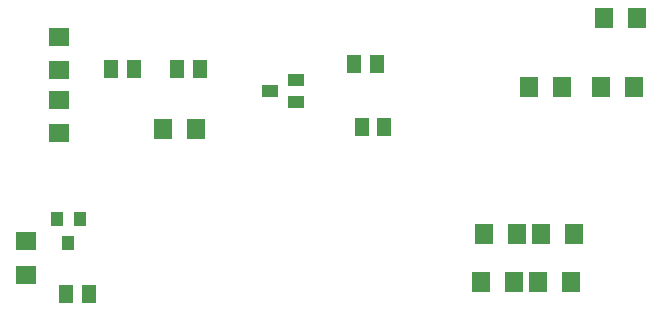
<source format=gbr>
G04 EAGLE Gerber X2 export*
%TF.Part,Single*%
%TF.FileFunction,Paste,Top*%
%TF.FilePolarity,Positive*%
%TF.GenerationSoftware,Autodesk,EAGLE,9.1.3*%
%TF.CreationDate,2020-03-05T04:38:37Z*%
G75*
%MOMM*%
%FSLAX34Y34*%
%LPD*%
%AMOC8*
5,1,8,0,0,1.08239X$1,22.5*%
G01*
%ADD10R,1.300000X1.600000*%
%ADD11R,1.400000X1.000000*%
%ADD12R,1.800000X1.600000*%
%ADD13R,1.600000X1.803000*%
%ADD14R,1.803000X1.600000*%
%ADD15R,1.000000X1.200000*%
%ADD16R,1.300000X1.500000*%


D10*
X144120Y198120D03*
X125120Y198120D03*
X69240Y198120D03*
X88240Y198120D03*
X293980Y201930D03*
X274980Y201930D03*
X300330Y148590D03*
X281330Y148590D03*
D11*
X203630Y179070D03*
X225630Y188570D03*
X225630Y169570D03*
D12*
X25400Y224820D03*
X25400Y196820D03*
X25400Y143480D03*
X25400Y171480D03*
D13*
X430280Y17780D03*
X458720Y17780D03*
X483620Y182880D03*
X512060Y182880D03*
X422660Y182880D03*
X451100Y182880D03*
X382020Y17780D03*
X410460Y17780D03*
X432820Y58420D03*
X461260Y58420D03*
X384560Y58420D03*
X413000Y58420D03*
X486160Y241300D03*
X514600Y241300D03*
X141220Y147320D03*
X112780Y147320D03*
D14*
X-2540Y23880D03*
X-2540Y52320D03*
D15*
X33020Y50960D03*
X43020Y70960D03*
X23020Y70960D03*
D16*
X31140Y7620D03*
X50140Y7620D03*
M02*

</source>
